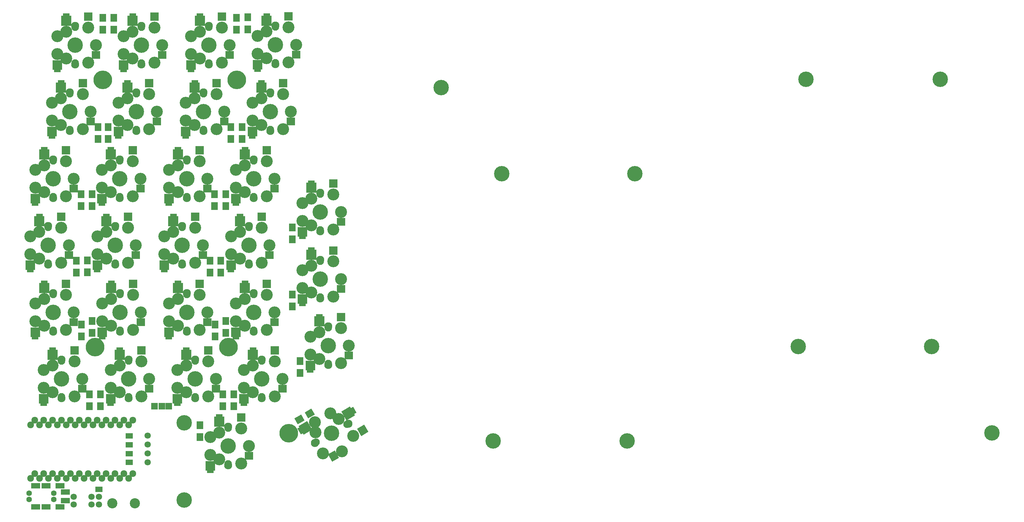
<source format=gts>
G04 #@! TF.GenerationSoftware,KiCad,Pcbnew,5.1.5-52549c5~84~ubuntu18.04.1*
G04 #@! TF.CreationDate,2019-12-02T10:01:40+01:00*
G04 #@! TF.ProjectId,Lily58_Pro_OneForAll,4c696c79-3538-45f5-9072-6f5f4f6e6546,rev?*
G04 #@! TF.SameCoordinates,Original*
G04 #@! TF.FileFunction,Soldermask,Top*
G04 #@! TF.FilePolarity,Negative*
%FSLAX46Y46*%
G04 Gerber Fmt 4.6, Leading zero omitted, Abs format (unit mm)*
G04 Created by KiCad (PCBNEW 5.1.5-52549c5~84~ubuntu18.04.1) date 2019-12-02 10:01:40*
%MOMM*%
%LPD*%
G04 APERTURE LIST*
%ADD10C,4.400000*%
%ADD11C,1.600000*%
%ADD12R,2.500000X1.600000*%
%ADD13R,1.924000X1.924000*%
%ADD14C,0.100000*%
%ADD15C,3.400000*%
%ADD16C,0.500000*%
%ADD17C,2.300000*%
%ADD18C,2.100000*%
%ADD19R,1.900000X1.100000*%
%ADD20R,2.800000X2.800000*%
%ADD21R,2.900000X2.900000*%
%ADD22R,2.400000X2.200000*%
%ADD23R,2.400000X2.400000*%
%ADD24C,1.924000*%
%ADD25C,5.300000*%
%ADD26C,1.797000*%
%ADD27R,1.035000X1.543000*%
%ADD28C,2.900000*%
%ADD29R,0.781000X0.781000*%
%ADD30R,1.900000X2.200000*%
G04 APERTURE END LIST*
D10*
X237786000Y-110938000D03*
X239986000Y-34738000D03*
X275786000Y-110938000D03*
X278186000Y-34738000D03*
X292986000Y-135538000D03*
X191225000Y-61655000D03*
X189025000Y-137855000D03*
X136025000Y-37055000D03*
X150825000Y-137855000D03*
X153225000Y-61655000D03*
D11*
X25575000Y-154515000D03*
X18575000Y-154515000D03*
D12*
X27375000Y-156615000D03*
X28875000Y-152415000D03*
X20375000Y-156615000D03*
X23375000Y-156615000D03*
D11*
X18575000Y-152765000D03*
X25575000Y-152765000D03*
D12*
X20375000Y-150665000D03*
X23375000Y-150665000D03*
X27375000Y-150665000D03*
X28875000Y-154865000D03*
D13*
X54275000Y-127965000D03*
X56375000Y-127965000D03*
X58375000Y-127965000D03*
D14*
G36*
X95988303Y-135945994D02*
G01*
X95038303Y-134300546D01*
X95990931Y-133750546D01*
X96940931Y-135395994D01*
X95988303Y-135945994D01*
G37*
G36*
X110884902Y-130347660D02*
G01*
X109934902Y-128702212D01*
X110887530Y-128152212D01*
X111837530Y-129797660D01*
X110884902Y-130347660D01*
G37*
D15*
X106804557Y-131560295D03*
D14*
G36*
X97811091Y-132203155D02*
G01*
X99211091Y-134628027D01*
X96786219Y-136028027D01*
X95386219Y-133603155D01*
X97811091Y-132203155D01*
G37*
D15*
X106804557Y-131560295D03*
X100035295Y-132535591D03*
D14*
G36*
X110011312Y-128034558D02*
G01*
X111461312Y-130546032D01*
X108949838Y-131996032D01*
X107499838Y-129484558D01*
X110011312Y-128034558D01*
G37*
D16*
X106797547Y-131518154D03*
D15*
X110955127Y-136369294D03*
D14*
G36*
X105652757Y-140585320D02*
G01*
X106852757Y-142663780D01*
X104947501Y-143763780D01*
X103747501Y-141685320D01*
X105652757Y-140585320D01*
G37*
G36*
X114079036Y-133180064D02*
G01*
X115279036Y-135258524D01*
X113200576Y-136458524D01*
X112000576Y-134380064D01*
X114079036Y-133180064D01*
G37*
D15*
X102294873Y-141369294D03*
X107725000Y-140774550D03*
D16*
X100172453Y-135343154D03*
D15*
X104434705Y-129995591D03*
D10*
X104775000Y-135665000D03*
D17*
X100011860Y-138415000D03*
X109538140Y-132915000D03*
D18*
X109174409Y-133125000D03*
X100375591Y-138205000D03*
D15*
X100205443Y-135370295D03*
D19*
X96425000Y-79765000D03*
X99025000Y-64065000D03*
D15*
X98985000Y-68755000D03*
D20*
X96445000Y-78265000D03*
D15*
X98985000Y-68755000D03*
X96445000Y-75105000D03*
D21*
X98984999Y-65665000D03*
D16*
X98945000Y-68740000D03*
D15*
X105225000Y-67565000D03*
D22*
X107425000Y-75365000D03*
D23*
X105225000Y-64465000D03*
D15*
X105225000Y-77565000D03*
X107425000Y-72565000D03*
D16*
X98945000Y-76390000D03*
D15*
X96445000Y-70025000D03*
D10*
X101525000Y-72565000D03*
D17*
X101525000Y-78065000D03*
X101525000Y-67065000D03*
D18*
X101525000Y-67485000D03*
X101525000Y-77645000D03*
D15*
X98984999Y-76375000D03*
D19*
X96425000Y-98865000D03*
X99025000Y-83165000D03*
D15*
X98985000Y-87855000D03*
D20*
X96445000Y-97365000D03*
D15*
X98985000Y-87855000D03*
X96445000Y-94205000D03*
D21*
X98984999Y-84765000D03*
D16*
X98945000Y-87840000D03*
D15*
X105225000Y-86665000D03*
D22*
X107425000Y-94465000D03*
D23*
X105225000Y-83565000D03*
D15*
X105225000Y-96665000D03*
X107425000Y-91665000D03*
D16*
X98945000Y-95490000D03*
D15*
X96445000Y-89125000D03*
D10*
X101525000Y-91665000D03*
D17*
X101525000Y-97165000D03*
X101525000Y-86165000D03*
D18*
X101525000Y-86585000D03*
X101525000Y-96745000D03*
D15*
X98984999Y-95475000D03*
D19*
X98675000Y-117865000D03*
X101275000Y-102165000D03*
D15*
X101235000Y-106855000D03*
D20*
X98695000Y-116365000D03*
D15*
X101235000Y-106855000D03*
X98695000Y-113205000D03*
D21*
X101234999Y-103765000D03*
D16*
X101195000Y-106840000D03*
D15*
X107475000Y-105665000D03*
D22*
X109675000Y-113465000D03*
D23*
X107475000Y-102565000D03*
D15*
X107475000Y-115665000D03*
X109675000Y-110665000D03*
D16*
X101195000Y-114490000D03*
D15*
X98695000Y-108125000D03*
D10*
X103775000Y-110665000D03*
D17*
X103775000Y-116165000D03*
X103775000Y-105165000D03*
D18*
X103775000Y-105585000D03*
X103775000Y-115745000D03*
D15*
X101234999Y-114475000D03*
D19*
X70175000Y-146465000D03*
X72775000Y-130765000D03*
D15*
X72735000Y-135455000D03*
D20*
X70195000Y-144965000D03*
D15*
X72735000Y-135455000D03*
X70195000Y-141805000D03*
D21*
X72734999Y-132365000D03*
D16*
X72695000Y-135440000D03*
D15*
X78975000Y-134265000D03*
D22*
X81175000Y-142065000D03*
D23*
X78975000Y-131165000D03*
D15*
X78975000Y-144265000D03*
X81175000Y-139265000D03*
D16*
X72695000Y-143090000D03*
D15*
X70195000Y-136725000D03*
D10*
X75275000Y-139265000D03*
D17*
X75275000Y-144765000D03*
X75275000Y-133765000D03*
D18*
X75275000Y-134185000D03*
X75275000Y-144345000D03*
D15*
X72734999Y-143075000D03*
D19*
X83675000Y-32115000D03*
X86275000Y-16415000D03*
D15*
X86235000Y-21105000D03*
D20*
X83695000Y-30615000D03*
D15*
X86235000Y-21105000D03*
X83695000Y-27455000D03*
D21*
X86234999Y-18015000D03*
D16*
X86195000Y-21090000D03*
D15*
X92475000Y-19915000D03*
D22*
X94675000Y-27715000D03*
D23*
X92475000Y-16815000D03*
D15*
X92475000Y-29915000D03*
X94675000Y-24915000D03*
D16*
X86195000Y-28740000D03*
D15*
X83695000Y-22375000D03*
D10*
X88775000Y-24915000D03*
D17*
X88775000Y-30415000D03*
X88775000Y-19415000D03*
D18*
X88775000Y-19835000D03*
X88775000Y-29995000D03*
D15*
X86234999Y-28725000D03*
D19*
X82175000Y-51165000D03*
X84775000Y-35465000D03*
D15*
X84735000Y-40155000D03*
D20*
X82195000Y-49665000D03*
D15*
X84735000Y-40155000D03*
X82195000Y-46505000D03*
D21*
X84734999Y-37065000D03*
D16*
X84695000Y-40140000D03*
D15*
X90975000Y-38965000D03*
D22*
X93175000Y-46765000D03*
D23*
X90975000Y-35865000D03*
D15*
X90975000Y-48965000D03*
X93175000Y-43965000D03*
D16*
X84695000Y-47790000D03*
D15*
X82195000Y-41425000D03*
D10*
X87275000Y-43965000D03*
D17*
X87275000Y-49465000D03*
X87275000Y-38465000D03*
D18*
X87275000Y-38885000D03*
X87275000Y-49045000D03*
D15*
X84734999Y-47775000D03*
D19*
X77475000Y-70265000D03*
X80075000Y-54565000D03*
D15*
X80035000Y-59255000D03*
D20*
X77495000Y-68765000D03*
D15*
X80035000Y-59255000D03*
X77495000Y-65605000D03*
D21*
X80034999Y-56165000D03*
D16*
X79995000Y-59240000D03*
D15*
X86275000Y-58065000D03*
D22*
X88475000Y-65865000D03*
D23*
X86275000Y-54965000D03*
D15*
X86275000Y-68065000D03*
X88475000Y-63065000D03*
D16*
X79995000Y-66890000D03*
D15*
X77495000Y-60525000D03*
D10*
X82575000Y-63065000D03*
D17*
X82575000Y-68565000D03*
X82575000Y-57565000D03*
D18*
X82575000Y-57985000D03*
X82575000Y-68145000D03*
D15*
X80034999Y-66875000D03*
D19*
X76075000Y-89265000D03*
X78675000Y-73565000D03*
D15*
X78635000Y-78255000D03*
D20*
X76095000Y-87765000D03*
D15*
X78635000Y-78255000D03*
X76095000Y-84605000D03*
D21*
X78634999Y-75165000D03*
D16*
X78595000Y-78240000D03*
D15*
X84875000Y-77065000D03*
D22*
X87075000Y-84865000D03*
D23*
X84875000Y-73965000D03*
D15*
X84875000Y-87065000D03*
X87075000Y-82065000D03*
D16*
X78595000Y-85890000D03*
D15*
X76095000Y-79525000D03*
D10*
X81175000Y-82065000D03*
D17*
X81175000Y-87565000D03*
X81175000Y-76565000D03*
D18*
X81175000Y-76985000D03*
X81175000Y-87145000D03*
D15*
X78634999Y-85875000D03*
D19*
X77475000Y-108365000D03*
X80075000Y-92665000D03*
D15*
X80035000Y-97355000D03*
D20*
X77495000Y-106865000D03*
D15*
X80035000Y-97355000D03*
X77495000Y-103705000D03*
D21*
X80034999Y-94265000D03*
D16*
X79995000Y-97340000D03*
D15*
X86275000Y-96165000D03*
D22*
X88475000Y-103965000D03*
D23*
X86275000Y-93065000D03*
D15*
X86275000Y-106165000D03*
X88475000Y-101165000D03*
D16*
X79995000Y-104990000D03*
D15*
X77495000Y-98625000D03*
D10*
X82575000Y-101165000D03*
D17*
X82575000Y-106665000D03*
X82575000Y-95665000D03*
D18*
X82575000Y-96085000D03*
X82575000Y-106245000D03*
D15*
X80034999Y-104975000D03*
D19*
X79775000Y-127365000D03*
X82375000Y-111665000D03*
D15*
X82335000Y-116355000D03*
D20*
X79795000Y-125865000D03*
D15*
X82335000Y-116355000D03*
X79795000Y-122705000D03*
D21*
X82334999Y-113265000D03*
D16*
X82295000Y-116340000D03*
D15*
X88575000Y-115165000D03*
D22*
X90775000Y-122965000D03*
D23*
X88575000Y-112065000D03*
D15*
X88575000Y-125165000D03*
X90775000Y-120165000D03*
D16*
X82295000Y-123990000D03*
D15*
X79795000Y-117625000D03*
D10*
X84875000Y-120165000D03*
D17*
X84875000Y-125665000D03*
X84875000Y-114665000D03*
D18*
X84875000Y-115085000D03*
X84875000Y-125245000D03*
D15*
X82334999Y-123975000D03*
D19*
X64675000Y-32165000D03*
X67275000Y-16465000D03*
D15*
X67235000Y-21155000D03*
D20*
X64695000Y-30665000D03*
D15*
X67235000Y-21155000D03*
X64695000Y-27505000D03*
D21*
X67234999Y-18065000D03*
D16*
X67195000Y-21140000D03*
D15*
X73475000Y-19965000D03*
D22*
X75675000Y-27765000D03*
D23*
X73475000Y-16865000D03*
D15*
X73475000Y-29965000D03*
X75675000Y-24965000D03*
D16*
X67195000Y-28790000D03*
D15*
X64695000Y-22425000D03*
D10*
X69775000Y-24965000D03*
D17*
X69775000Y-30465000D03*
X69775000Y-19465000D03*
D18*
X69775000Y-19885000D03*
X69775000Y-30045000D03*
D15*
X67234999Y-28775000D03*
D19*
X63175000Y-51165000D03*
X65775000Y-35465000D03*
D15*
X65735000Y-40155000D03*
D20*
X63195000Y-49665000D03*
D15*
X65735000Y-40155000D03*
X63195000Y-46505000D03*
D21*
X65734999Y-37065000D03*
D16*
X65695000Y-40140000D03*
D15*
X71975000Y-38965000D03*
D22*
X74175000Y-46765000D03*
D23*
X71975000Y-35865000D03*
D15*
X71975000Y-48965000D03*
X74175000Y-43965000D03*
D16*
X65695000Y-47790000D03*
D15*
X63195000Y-41425000D03*
D10*
X68275000Y-43965000D03*
D17*
X68275000Y-49465000D03*
X68275000Y-38465000D03*
D18*
X68275000Y-38885000D03*
X68275000Y-49045000D03*
D15*
X65734999Y-47775000D03*
D19*
X58375000Y-70265000D03*
X60975000Y-54565000D03*
D15*
X60935000Y-59255000D03*
D20*
X58395000Y-68765000D03*
D15*
X60935000Y-59255000D03*
X58395000Y-65605000D03*
D21*
X60934999Y-56165000D03*
D16*
X60895000Y-59240000D03*
D15*
X67175000Y-58065000D03*
D22*
X69375000Y-65865000D03*
D23*
X67175000Y-54965000D03*
D15*
X67175000Y-68065000D03*
X69375000Y-63065000D03*
D16*
X60895000Y-66890000D03*
D15*
X58395000Y-60525000D03*
D10*
X63475000Y-63065000D03*
D17*
X63475000Y-68565000D03*
X63475000Y-57565000D03*
D18*
X63475000Y-57985000D03*
X63475000Y-68145000D03*
D15*
X60934999Y-66875000D03*
D19*
X57075000Y-89265000D03*
X59675000Y-73565000D03*
D15*
X59635000Y-78255000D03*
D20*
X57095000Y-87765000D03*
D15*
X59635000Y-78255000D03*
X57095000Y-84605000D03*
D21*
X59634999Y-75165000D03*
D16*
X59595000Y-78240000D03*
D15*
X65875000Y-77065000D03*
D22*
X68075000Y-84865000D03*
D23*
X65875000Y-73965000D03*
D15*
X65875000Y-87065000D03*
X68075000Y-82065000D03*
D16*
X59595000Y-85890000D03*
D15*
X57095000Y-79525000D03*
D10*
X62175000Y-82065000D03*
D17*
X62175000Y-87565000D03*
X62175000Y-76565000D03*
D18*
X62175000Y-76985000D03*
X62175000Y-87145000D03*
D15*
X59634999Y-85875000D03*
D19*
X58375000Y-108365000D03*
X60975000Y-92665000D03*
D15*
X60935000Y-97355000D03*
D20*
X58395000Y-106865000D03*
D15*
X60935000Y-97355000D03*
X58395000Y-103705000D03*
D21*
X60934999Y-94265000D03*
D16*
X60895000Y-97340000D03*
D15*
X67175000Y-96165000D03*
D22*
X69375000Y-103965000D03*
D23*
X67175000Y-93065000D03*
D15*
X67175000Y-106165000D03*
X69375000Y-101165000D03*
D16*
X60895000Y-104990000D03*
D15*
X58395000Y-98625000D03*
D10*
X63475000Y-101165000D03*
D17*
X63475000Y-106665000D03*
X63475000Y-95665000D03*
D18*
X63475000Y-96085000D03*
X63475000Y-106245000D03*
D15*
X60934999Y-104975000D03*
D19*
X60775000Y-127365000D03*
X63375000Y-111665000D03*
D15*
X63335000Y-116355000D03*
D20*
X60795000Y-125865000D03*
D15*
X63335000Y-116355000D03*
X60795000Y-122705000D03*
D21*
X63334999Y-113265000D03*
D16*
X63295000Y-116340000D03*
D15*
X69575000Y-115165000D03*
D22*
X71775000Y-122965000D03*
D23*
X69575000Y-112065000D03*
D15*
X69575000Y-125165000D03*
X71775000Y-120165000D03*
D16*
X63295000Y-123990000D03*
D15*
X60795000Y-117625000D03*
D10*
X65875000Y-120165000D03*
D17*
X65875000Y-125665000D03*
X65875000Y-114665000D03*
D18*
X65875000Y-115085000D03*
X65875000Y-125245000D03*
D15*
X63334999Y-123975000D03*
D19*
X45475000Y-32165000D03*
X48075000Y-16465000D03*
D15*
X48035000Y-21155000D03*
D20*
X45495000Y-30665000D03*
D15*
X48035000Y-21155000D03*
X45495000Y-27505000D03*
D21*
X48034999Y-18065000D03*
D16*
X47995000Y-21140000D03*
D15*
X54275000Y-19965000D03*
D22*
X56475000Y-27765000D03*
D23*
X54275000Y-16865000D03*
D15*
X54275000Y-29965000D03*
X56475000Y-24965000D03*
D16*
X47995000Y-28790000D03*
D15*
X45495000Y-22425000D03*
D10*
X50575000Y-24965000D03*
D17*
X50575000Y-30465000D03*
X50575000Y-19465000D03*
D18*
X50575000Y-19885000D03*
X50575000Y-30045000D03*
D15*
X48034999Y-28775000D03*
D19*
X43975000Y-51165000D03*
X46575000Y-35465000D03*
D15*
X46535000Y-40155000D03*
D20*
X43995000Y-49665000D03*
D15*
X46535000Y-40155000D03*
X43995000Y-46505000D03*
D21*
X46534999Y-37065000D03*
D16*
X46495000Y-40140000D03*
D15*
X52775000Y-38965000D03*
D22*
X54975000Y-46765000D03*
D23*
X52775000Y-35865000D03*
D15*
X52775000Y-48965000D03*
X54975000Y-43965000D03*
D16*
X46495000Y-47790000D03*
D15*
X43995000Y-41425000D03*
D10*
X49075000Y-43965000D03*
D17*
X49075000Y-49465000D03*
X49075000Y-38465000D03*
D18*
X49075000Y-38885000D03*
X49075000Y-49045000D03*
D15*
X46534999Y-47775000D03*
D19*
X39275000Y-70265000D03*
X41875000Y-54565000D03*
D15*
X41835000Y-59255000D03*
D20*
X39295000Y-68765000D03*
D15*
X41835000Y-59255000D03*
X39295000Y-65605000D03*
D21*
X41834999Y-56165000D03*
D16*
X41795000Y-59240000D03*
D15*
X48075000Y-58065000D03*
D22*
X50275000Y-65865000D03*
D23*
X48075000Y-54965000D03*
D15*
X48075000Y-68065000D03*
X50275000Y-63065000D03*
D16*
X41795000Y-66890000D03*
D15*
X39295000Y-60525000D03*
D10*
X44375000Y-63065000D03*
D17*
X44375000Y-68565000D03*
X44375000Y-57565000D03*
D18*
X44375000Y-57985000D03*
X44375000Y-68145000D03*
D15*
X41834999Y-66875000D03*
D19*
X37975000Y-89265000D03*
X40575000Y-73565000D03*
D15*
X40535000Y-78255000D03*
D20*
X37995000Y-87765000D03*
D15*
X40535000Y-78255000D03*
X37995000Y-84605000D03*
D21*
X40534999Y-75165000D03*
D16*
X40495000Y-78240000D03*
D15*
X46775000Y-77065000D03*
D22*
X48975000Y-84865000D03*
D23*
X46775000Y-73965000D03*
D15*
X46775000Y-87065000D03*
X48975000Y-82065000D03*
D16*
X40495000Y-85890000D03*
D15*
X37995000Y-79525000D03*
D10*
X43075000Y-82065000D03*
D17*
X43075000Y-87565000D03*
X43075000Y-76565000D03*
D18*
X43075000Y-76985000D03*
X43075000Y-87145000D03*
D15*
X40534999Y-85875000D03*
D19*
X39375000Y-108365000D03*
X41975000Y-92665000D03*
D15*
X41935000Y-97355000D03*
D20*
X39395000Y-106865000D03*
D15*
X41935000Y-97355000D03*
X39395000Y-103705000D03*
D21*
X41934999Y-94265000D03*
D16*
X41895000Y-97340000D03*
D15*
X48175000Y-96165000D03*
D22*
X50375000Y-103965000D03*
D23*
X48175000Y-93065000D03*
D15*
X48175000Y-106165000D03*
X50375000Y-101165000D03*
D16*
X41895000Y-104990000D03*
D15*
X39395000Y-98625000D03*
D10*
X44475000Y-101165000D03*
D17*
X44475000Y-106665000D03*
X44475000Y-95665000D03*
D18*
X44475000Y-96085000D03*
X44475000Y-106245000D03*
D15*
X41934999Y-104975000D03*
D19*
X41775000Y-127365000D03*
X44375000Y-111665000D03*
D15*
X44335000Y-116355000D03*
D20*
X41795000Y-125865000D03*
D15*
X44335000Y-116355000D03*
X41795000Y-122705000D03*
D21*
X44334999Y-113265000D03*
D16*
X44295000Y-116340000D03*
D15*
X50575000Y-115165000D03*
D22*
X52775000Y-122965000D03*
D23*
X50575000Y-112065000D03*
D15*
X50575000Y-125165000D03*
X52775000Y-120165000D03*
D16*
X44295000Y-123990000D03*
D15*
X41795000Y-117625000D03*
D10*
X46875000Y-120165000D03*
D17*
X46875000Y-125665000D03*
X46875000Y-114665000D03*
D18*
X46875000Y-115085000D03*
X46875000Y-125245000D03*
D15*
X44334999Y-123975000D03*
D19*
X26575000Y-32165000D03*
X29175000Y-16465000D03*
D15*
X29135000Y-21155000D03*
D20*
X26595000Y-30665000D03*
D15*
X29135000Y-21155000D03*
X26595000Y-27505000D03*
D21*
X29134999Y-18065000D03*
D16*
X29095000Y-21140000D03*
D15*
X35375000Y-19965000D03*
D22*
X37575000Y-27765000D03*
D23*
X35375000Y-16865000D03*
D15*
X35375000Y-29965000D03*
X37575000Y-24965000D03*
D16*
X29095000Y-28790000D03*
D15*
X26595000Y-22425000D03*
D10*
X31675000Y-24965000D03*
D17*
X31675000Y-30465000D03*
X31675000Y-19465000D03*
D18*
X31675000Y-19885000D03*
X31675000Y-30045000D03*
D15*
X29134999Y-28775000D03*
D19*
X25075000Y-51165000D03*
X27675000Y-35465000D03*
D15*
X27635000Y-40155000D03*
D20*
X25095000Y-49665000D03*
D15*
X27635000Y-40155000D03*
X25095000Y-46505000D03*
D21*
X27634999Y-37065000D03*
D16*
X27595000Y-40140000D03*
D15*
X33875000Y-38965000D03*
D22*
X36075000Y-46765000D03*
D23*
X33875000Y-35865000D03*
D15*
X33875000Y-48965000D03*
X36075000Y-43965000D03*
D16*
X27595000Y-47790000D03*
D15*
X25095000Y-41425000D03*
D10*
X30175000Y-43965000D03*
D17*
X30175000Y-49465000D03*
X30175000Y-38465000D03*
D18*
X30175000Y-38885000D03*
X30175000Y-49045000D03*
D15*
X27634999Y-47775000D03*
D19*
X20275000Y-70265000D03*
X22875000Y-54565000D03*
D15*
X22835000Y-59255000D03*
D20*
X20295000Y-68765000D03*
D15*
X22835000Y-59255000D03*
X20295000Y-65605000D03*
D21*
X22834999Y-56165000D03*
D16*
X22795000Y-59240000D03*
D15*
X29075000Y-58065000D03*
D22*
X31275000Y-65865000D03*
D23*
X29075000Y-54965000D03*
D15*
X29075000Y-68065000D03*
X31275000Y-63065000D03*
D16*
X22795000Y-66890000D03*
D15*
X20295000Y-60525000D03*
D10*
X25375000Y-63065000D03*
D17*
X25375000Y-68565000D03*
X25375000Y-57565000D03*
D18*
X25375000Y-57985000D03*
X25375000Y-68145000D03*
D15*
X22834999Y-66875000D03*
D19*
X18885000Y-89265000D03*
X21485000Y-73565000D03*
D15*
X21445000Y-78255000D03*
D20*
X18905000Y-87765000D03*
D15*
X21445000Y-78255000D03*
X18905000Y-84605000D03*
D21*
X21444999Y-75165000D03*
D16*
X21405000Y-78240000D03*
D15*
X27685000Y-77065000D03*
D22*
X29885000Y-84865000D03*
D23*
X27685000Y-73965000D03*
D15*
X27685000Y-87065000D03*
X29885000Y-82065000D03*
D16*
X21405000Y-85890000D03*
D15*
X18905000Y-79525000D03*
D10*
X23985000Y-82065000D03*
D17*
X23985000Y-87565000D03*
X23985000Y-76565000D03*
D18*
X23985000Y-76985000D03*
X23985000Y-87145000D03*
D15*
X21444999Y-85875000D03*
D19*
X20275000Y-108365000D03*
X22875000Y-92665000D03*
D15*
X22835000Y-97355000D03*
D20*
X20295000Y-106865000D03*
D15*
X22835000Y-97355000D03*
X20295000Y-103705000D03*
D21*
X22834999Y-94265000D03*
D16*
X22795000Y-97340000D03*
D15*
X29075000Y-96165000D03*
D22*
X31275000Y-103965000D03*
D23*
X29075000Y-93065000D03*
D15*
X29075000Y-106165000D03*
X31275000Y-101165000D03*
D16*
X22795000Y-104990000D03*
D15*
X20295000Y-98625000D03*
D10*
X25375000Y-101165000D03*
D17*
X25375000Y-106665000D03*
X25375000Y-95665000D03*
D18*
X25375000Y-96085000D03*
X25375000Y-106245000D03*
D15*
X22834999Y-104975000D03*
D19*
X22675000Y-127365000D03*
X25275000Y-111665000D03*
D15*
X25235000Y-116355000D03*
D20*
X22695000Y-125865000D03*
D15*
X25235000Y-116355000D03*
X22695000Y-122705000D03*
D21*
X25234999Y-113265000D03*
D16*
X25195000Y-116340000D03*
D15*
X31475000Y-115165000D03*
D22*
X33675000Y-122965000D03*
D23*
X31475000Y-112065000D03*
D15*
X31475000Y-125165000D03*
X33675000Y-120165000D03*
D16*
X25195000Y-123990000D03*
D15*
X22695000Y-117625000D03*
D10*
X27775000Y-120165000D03*
D17*
X27775000Y-125665000D03*
X27775000Y-114665000D03*
D18*
X27775000Y-115085000D03*
X27775000Y-125245000D03*
D15*
X25234999Y-123975000D03*
D24*
X19005000Y-133245000D03*
X21545000Y-133245000D03*
X24085000Y-133245000D03*
X26625000Y-133245000D03*
X29165000Y-133245000D03*
X31705000Y-133245000D03*
X34245000Y-133245000D03*
X36785000Y-133245000D03*
X39325000Y-133245000D03*
X41865000Y-133245000D03*
X44405000Y-133245000D03*
X46945000Y-133245000D03*
X46945000Y-148485000D03*
X44405000Y-148485000D03*
X41865000Y-148485000D03*
X39325000Y-148485000D03*
X36785000Y-148485000D03*
X34245000Y-148485000D03*
X31705000Y-148485000D03*
X29165000Y-148485000D03*
X26625000Y-148485000D03*
X24085000Y-148485000D03*
X21545000Y-148485000D03*
X19005000Y-148485000D03*
X30360745Y-131946185D03*
X35440745Y-131946185D03*
X20200745Y-147186185D03*
X22740745Y-131946185D03*
X45600745Y-131946185D03*
X48140745Y-147186185D03*
X37980745Y-131946185D03*
X40520745Y-131946185D03*
X37980745Y-147186185D03*
X43060745Y-147186185D03*
X30360745Y-147186185D03*
X27820745Y-147186185D03*
X22740745Y-147186185D03*
X32900745Y-147186185D03*
X48140745Y-131946185D03*
X40520745Y-147186185D03*
X20200745Y-131946185D03*
X25280745Y-131946185D03*
X45600745Y-147186185D03*
X27820745Y-131946185D03*
X32900745Y-131946185D03*
X35440745Y-147186185D03*
X43060745Y-131946185D03*
X25280745Y-147186185D03*
D25*
X37375000Y-111065000D03*
X39575000Y-34865000D03*
X75375000Y-111065000D03*
X77775000Y-34865000D03*
X92575000Y-135665000D03*
D26*
X38475000Y-155965000D03*
X38475000Y-153765000D03*
X36354272Y-153726965D03*
X31274272Y-153726965D03*
X31274272Y-155976965D03*
X36354272Y-155976965D03*
D27*
X46574620Y-136365000D03*
X47575380Y-136365000D03*
X47575380Y-138965000D03*
X46574620Y-138965000D03*
X46574620Y-141465000D03*
X47575380Y-141465000D03*
X47575380Y-143965000D03*
X46574620Y-143965000D03*
D28*
X48725000Y-155665000D03*
X42225000Y-155665000D03*
D29*
X38475000Y-151665000D03*
D27*
X37974620Y-151665000D03*
X38975380Y-151665000D03*
D30*
X35775000Y-127965000D03*
X35775000Y-124565000D03*
X33475000Y-108065000D03*
X33475000Y-104665000D03*
X31975000Y-89865000D03*
X31975000Y-86465000D03*
X33375000Y-70865000D03*
X33375000Y-67465000D03*
X38175000Y-48365000D03*
X38175000Y-51765000D03*
X39575000Y-20565000D03*
X39575000Y-17165000D03*
X38875000Y-124565000D03*
X38875000Y-127965000D03*
X36475000Y-103665000D03*
X36475000Y-107065000D03*
X35175000Y-86365000D03*
X35175000Y-89765000D03*
X36475000Y-70865000D03*
X36475000Y-67465000D03*
X41075000Y-48365000D03*
X41075000Y-51765000D03*
X42675000Y-17165000D03*
X42675000Y-20565000D03*
X73775000Y-127965000D03*
X73775000Y-124565000D03*
X71575000Y-104665000D03*
X71575000Y-108065000D03*
X70075000Y-86465000D03*
X70075000Y-89865000D03*
X71375000Y-70865000D03*
X71375000Y-67465000D03*
X76075000Y-51765000D03*
X76075000Y-48365000D03*
X77675000Y-17165000D03*
X77675000Y-20565000D03*
X76875000Y-124565000D03*
X76875000Y-127965000D03*
X74575000Y-107065000D03*
X74575000Y-103665000D03*
X73175000Y-86465000D03*
X73175000Y-89865000D03*
X74575000Y-70865000D03*
X74575000Y-67465000D03*
X79275000Y-48365000D03*
X79275000Y-51765000D03*
X80875000Y-20465000D03*
X80875000Y-17065000D03*
X67275000Y-136765000D03*
X67275000Y-133365000D03*
D14*
G36*
X98069615Y-131387724D02*
G01*
X97119615Y-129742276D01*
X99024871Y-128642276D01*
X99974871Y-130287724D01*
X98069615Y-131387724D01*
G37*
G36*
X95125129Y-133087724D02*
G01*
X94175129Y-131442276D01*
X96080385Y-130342276D01*
X97030385Y-131987724D01*
X95125129Y-133087724D01*
G37*
D30*
X95775000Y-118465000D03*
X95775000Y-115065000D03*
X93575000Y-96065000D03*
X93575000Y-99465000D03*
X93575000Y-80365000D03*
X93575000Y-76965000D03*
D10*
X62775000Y-154665000D03*
X62775000Y-132665000D03*
D26*
X52375000Y-143965000D03*
X52375000Y-141425000D03*
X52375000Y-138885000D03*
X52375000Y-136345000D03*
M02*

</source>
